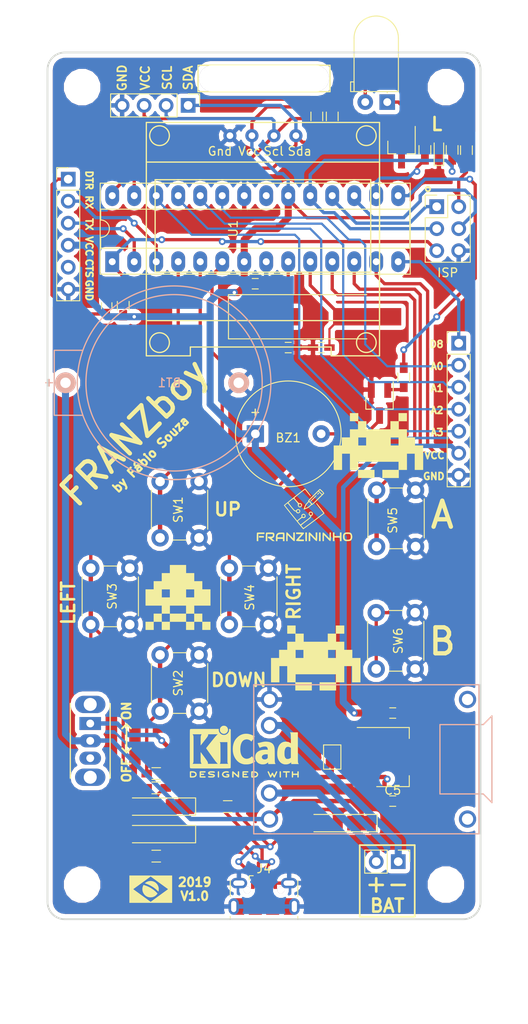
<source format=kicad_pcb>
(kicad_pcb (version 20171130) (host pcbnew "(5.0.0)")
  (layers (0 F.Cu signal) (31 B.Cu signal) (34 B.Paste user) (35 F.Paste user) (36 B.SilkS user) (37 F.SilkS user) (38 B.Mask user) (39 F.Mask user) (44 Edge.Cuts user))
  (net 0 "")
  (net 1 "Net-(BZ1-Pad2)")
  (net 2 GND)
  (net 3 RST)
  (net 4 MOSI)
  (net 5 SCK)
  (net 6 VCC)
  (net 7 MISO)
  (net 8 DTR)
  (net 9 TX)
  (net 10 RX)
  (net 11 "Net-(C2-Pad2)")
  (net 12 "Net-(C3-Pad2)")
  (net 13 BUZZER)
  (net 14 BT_UP)
  (net 15 BT_DOWN)
  (net 16 BT_LEFT)
  (net 17 BT_RIGTH)
  (net 18 BT_A)
  (net 19 BT_B)
  (net 20 I2C_SCL)
  (net 21 I2C_SDA)
  (net 22 "Net-(BT1-Pad1)")
  (net 23 "Net-(D1-Pad2)")
  (net 24 "Net-(D2-Pad1)")
  (net 25 "Net-(D3-Pad1)")
  (net 26 +5V)
  (net 27 "Net-(J3-Pad2)")
  (net 28 "Net-(J3-Pad1)")
  (net 29 "Net-(C5-Pad1)")
  (net 30 "Net-(D5-Pad2)")
  (net 31 "Net-(D5-Pad1)")
  (net 32 "Net-(Q1-Pad1)")
  (net 33 "Net-(Q2-Pad1)")
  (net 34 IR)
  (net 35 AN0)
  (net 36 D8)
  (net 37 AN3)
  (net 38 AN2)
  (net 39 AN1)
  (module tp4056_breakout:TP4056_BREAKOUT (layer F.Cu) (at 146.812 161.544 180)
    (fp_text reference U3 hide)
    (fp_text value TP4056_BREAKOUT hide)
    (pad 6 thru_hole oval (at 11.176 6.9 180) (size 2 2) (drill 1.3) (layers *.Cu *.Mask) (net 2 GND))
    (pad 5 thru_hole oval (at 11.176 3.9 180) (size 2 2) (drill 1.3) (layers *.Cu *.Mask) (net 28 "Net-(J3-Pad1)"))
    (pad 4 thru_hole oval (at 11.176 -3.9 180) (size 2 2) (drill 1.3) (layers *.Cu *.Mask) (net 27 "Net-(J3-Pad2)"))
    (pad 3 thru_hole oval (at 11.176 -6.9 180) (size 2 2) (drill 1.3) (layers *.Cu *.Mask) (net 22 "Net-(BT1-Pad1)"))
    (pad 2 thru_hole oval (at -11.684 6.9 180) (size 2 2) (drill 1.3) (layers *.Cu *.Mask))
    (pad 1 thru_hole oval (at -11.684 -6.9 180) (size 2 2) (drill 1.3) (layers *.Cu *.Mask))
  )
  (module Graphics:invaders (layer F.Cu) (at 148.209 125.349)
    (fp_text reference G*** hide)
    (fp_text value LOGO hide)
  )
  (module Mounting_Holes:MountingHole_3.2mm_M3 (layer F.Cu) (at 156 176)
    (fp_text reference REF** hide)
    (fp_text value MountingHole_3.2mm_M3)
    (pad 1 np_thru_hole circle (at 0 0) (size 3.2 3.2) (drill 3.2) (layers *.Cu *.Mask))
  )
  (module Mounting_Holes:MountingHole_3.2mm_M3 (layer F.Cu) (at 114 176)
    (fp_text reference REF** hide)
    (fp_text value MountingHole_3.2mm_M3)
    (pad 1 np_thru_hole circle (at 0 0) (size 3.2 3.2) (drill 3.2) (layers *.Cu *.Mask))
  )
  (module Mounting_Holes:MountingHole_3.2mm_M3 (layer F.Cu) (at 114 84)
    (fp_text reference REF** hide)
    (fp_text value MountingHole_3.2mm_M3)
    (pad 1 np_thru_hole circle (at 0 0) (size 3.2 3.2) (drill 3.2) (layers *.Cu *.Mask))
  )
  (module Buzzers_Beepers:Buzzer_12x9.5RM7.6 (layer F.Cu) (at 134 124)
    (fp_text reference BZ1 (at 3.795 0.46) (layer F.SilkS))
    (fp_text value Buzzer)
    (fp_text user + (at -0.01 -2.54) (layer F.SilkS))
    (pad 2 thru_hole circle (at 7.6 0) (size 2 2) (drill 1) (layers *.Cu *.Mask) (net 1 "Net-(BZ1-Pad2)"))
    (pad 1 thru_hole rect (at 0 0) (size 2 2) (drill 1) (layers *.Cu *.Mask) (net 6 VCC))
  )
  (module Housings_DIP:DIP-28_W7.62mm_Socket_LongPads (layer F.Cu) (at 117.475 104.14 90)
    (fp_text reference U1 (at 3.81 13.97 90) (layer F.SilkS))
    (fp_text value ATmega328-PU)
    (pad 28 thru_hole oval (at 7.62 0 90) (size 2.4 1.6) (drill 0.8) (layers *.Cu *.Mask) (net 20 I2C_SCL))
    (pad 14 thru_hole oval (at 0 33.02 90) (size 2.4 1.6) (drill 0.8) (layers *.Cu *.Mask) (net 36 D8))
    (pad 27 thru_hole oval (at 7.62 2.54 90) (size 2.4 1.6) (drill 0.8) (layers *.Cu *.Mask) (net 21 I2C_SDA))
    (pad 13 thru_hole oval (at 0 30.48 90) (size 2.4 1.6) (drill 0.8) (layers *.Cu *.Mask) (net 19 BT_B))
    (pad 26 thru_hole oval (at 7.62 5.08 90) (size 2.4 1.6) (drill 0.8) (layers *.Cu *.Mask) (net 37 AN3))
    (pad 12 thru_hole oval (at 0 27.94 90) (size 2.4 1.6) (drill 0.8) (layers *.Cu *.Mask) (net 18 BT_A))
    (pad 25 thru_hole oval (at 7.62 7.62 90) (size 2.4 1.6) (drill 0.8) (layers *.Cu *.Mask) (net 38 AN2))
    (pad 11 thru_hole oval (at 0 25.4 90) (size 2.4 1.6) (drill 0.8) (layers *.Cu *.Mask) (net 17 BT_RIGTH))
    (pad 24 thru_hole oval (at 7.62 10.16 90) (size 2.4 1.6) (drill 0.8) (layers *.Cu *.Mask) (net 39 AN1))
    (pad 10 thru_hole oval (at 0 22.86 90) (size 2.4 1.6) (drill 0.8) (layers *.Cu *.Mask) (net 12 "Net-(C3-Pad2)"))
    (pad 23 thru_hole oval (at 7.62 12.7 90) (size 2.4 1.6) (drill 0.8) (layers *.Cu *.Mask) (net 35 AN0))
    (pad 9 thru_hole oval (at 0 20.32 90) (size 2.4 1.6) (drill 0.8) (layers *.Cu *.Mask) (net 11 "Net-(C2-Pad2)"))
    (pad 22 thru_hole oval (at 7.62 15.24 90) (size 2.4 1.6) (drill 0.8) (layers *.Cu *.Mask) (net 2 GND))
    (pad 8 thru_hole oval (at 0 17.78 90) (size 2.4 1.6) (drill 0.8) (layers *.Cu *.Mask) (net 2 GND))
    (pad 21 thru_hole oval (at 7.62 17.78 90) (size 2.4 1.6) (drill 0.8) (layers *.Cu *.Mask))
    (pad 7 thru_hole oval (at 0 15.24 90) (size 2.4 1.6) (drill 0.8) (layers *.Cu *.Mask) (net 6 VCC))
    (pad 20 thru_hole oval (at 7.62 20.32 90) (size 2.4 1.6) (drill 0.8) (layers *.Cu *.Mask) (net 6 VCC))
    (pad 6 thru_hole oval (at 0 12.7 90) (size 2.4 1.6) (drill 0.8) (layers *.Cu *.Mask) (net 15 BT_DOWN))
    (pad 19 thru_hole oval (at 7.62 22.86 90) (size 2.4 1.6) (drill 0.8) (layers *.Cu *.Mask) (net 5 SCK))
    (pad 5 thru_hole oval (at 0 10.16 90) (size 2.4 1.6) (drill 0.8) (layers *.Cu *.Mask) (net 14 BT_UP))
    (pad 18 thru_hole oval (at 7.62 25.4 90) (size 2.4 1.6) (drill 0.8) (layers *.Cu *.Mask) (net 7 MISO))
    (pad 4 thru_hole oval (at 0 7.62 90) (size 2.4 1.6) (drill 0.8) (layers *.Cu *.Mask) (net 16 BT_LEFT))
    (pad 17 thru_hole oval (at 7.62 27.94 90) (size 2.4 1.6) (drill 0.8) (layers *.Cu *.Mask) (net 4 MOSI))
    (pad 3 thru_hole oval (at 0 5.08 90) (size 2.4 1.6) (drill 0.8) (layers *.Cu *.Mask) (net 10 RX))
    (pad 16 thru_hole oval (at 7.62 30.48 90) (size 2.4 1.6) (drill 0.8) (layers *.Cu *.Mask) (net 34 IR))
    (pad 2 thru_hole oval (at 0 2.54 90) (size 2.4 1.6) (drill 0.8) (layers *.Cu *.Mask) (net 9 TX))
    (pad 15 thru_hole oval (at 7.62 33.02 90) (size 2.4 1.6) (drill 0.8) (layers *.Cu *.Mask) (net 13 BUZZER))
    (pad 1 thru_hole rect (at 0 0 90) (size 2.4 1.6) (drill 0.8) (layers *.Cu *.Mask) (net 3 RST))
  )
  (module Buttons_Switches_THT:SW_PUSH_6mm_h4.3mm (layer F.Cu) (at 123 136 90)
    (fp_text reference SW1 (at 3.25 2.095 90) (layer F.SilkS))
    (fp_text value SW_Push)
    (pad 1 thru_hole circle (at 6.5 0 180) (size 2 2) (drill 1.1) (layers *.Cu *.Mask) (net 14 BT_UP))
    (pad 2 thru_hole circle (at 6.5 4.5 180) (size 2 2) (drill 1.1) (layers *.Cu *.Mask) (net 2 GND))
    (pad 1 thru_hole circle (at 0 0 180) (size 2 2) (drill 1.1) (layers *.Cu *.Mask) (net 14 BT_UP))
    (pad 2 thru_hole circle (at 0 4.5 180) (size 2 2) (drill 1.1) (layers *.Cu *.Mask) (net 2 GND))
  )
  (module Buttons_Switches_THT:SW_PUSH_6mm_h4.3mm (layer F.Cu) (at 123 156 90)
    (fp_text reference SW2 (at 3.25 2.095 90) (layer F.SilkS))
    (fp_text value SW_Push)
    (pad 2 thru_hole circle (at 0 4.5 180) (size 2 2) (drill 1.1) (layers *.Cu *.Mask) (net 2 GND))
    (pad 1 thru_hole circle (at 0 0 180) (size 2 2) (drill 1.1) (layers *.Cu *.Mask) (net 15 BT_DOWN))
    (pad 2 thru_hole circle (at 6.5 4.5 180) (size 2 2) (drill 1.1) (layers *.Cu *.Mask) (net 2 GND))
    (pad 1 thru_hole circle (at 6.5 0 180) (size 2 2) (drill 1.1) (layers *.Cu *.Mask) (net 15 BT_DOWN))
  )
  (module Buttons_Switches_THT:SW_PUSH_6mm_h4.3mm (layer F.Cu) (at 115 146 90)
    (fp_text reference SW3 (at 3.25 2.475 90) (layer F.SilkS))
    (fp_text value SW_Push)
    (pad 1 thru_hole circle (at 6.5 0 180) (size 2 2) (drill 1.1) (layers *.Cu *.Mask) (net 16 BT_LEFT))
    (pad 2 thru_hole circle (at 6.5 4.5 180) (size 2 2) (drill 1.1) (layers *.Cu *.Mask) (net 2 GND))
    (pad 1 thru_hole circle (at 0 0 180) (size 2 2) (drill 1.1) (layers *.Cu *.Mask) (net 16 BT_LEFT))
    (pad 2 thru_hole circle (at 0 4.5 180) (size 2 2) (drill 1.1) (layers *.Cu *.Mask) (net 2 GND))
  )
  (module Buttons_Switches_THT:SW_PUSH_6mm_h4.3mm (layer F.Cu) (at 131 146 90)
    (fp_text reference SW4 (at 3.125 2.35 90) (layer F.SilkS))
    (fp_text value SW_Push)
    (pad 2 thru_hole circle (at 0 4.5 180) (size 2 2) (drill 1.1) (layers *.Cu *.Mask) (net 2 GND))
    (pad 1 thru_hole circle (at 0 0 180) (size 2 2) (drill 1.1) (layers *.Cu *.Mask) (net 17 BT_RIGTH))
    (pad 2 thru_hole circle (at 6.5 4.5 180) (size 2 2) (drill 1.1) (layers *.Cu *.Mask) (net 2 GND))
    (pad 1 thru_hole circle (at 6.5 0 180) (size 2 2) (drill 1.1) (layers *.Cu *.Mask) (net 17 BT_RIGTH))
  )
  (module Buttons_Switches_THT:SW_PUSH_6mm_h4.3mm (layer F.Cu) (at 148 137 90)
    (fp_text reference SW5 (at 3.015 1.86 90) (layer F.SilkS))
    (fp_text value SW_Push)
    (pad 1 thru_hole circle (at 6.5 0 180) (size 2 2) (drill 1.1) (layers *.Cu *.Mask) (net 18 BT_A))
    (pad 2 thru_hole circle (at 6.5 4.5 180) (size 2 2) (drill 1.1) (layers *.Cu *.Mask) (net 2 GND))
    (pad 1 thru_hole circle (at 0 0 180) (size 2 2) (drill 1.1) (layers *.Cu *.Mask) (net 18 BT_A))
    (pad 2 thru_hole circle (at 0 4.5 180) (size 2 2) (drill 1.1) (layers *.Cu *.Mask) (net 2 GND))
  )
  (module Buttons_Switches_THT:SW_PUSH_6mm_h4.3mm (layer F.Cu) (at 147.955 151.13 90)
    (fp_text reference SW6 (at 3.25 2.54 90) (layer F.SilkS))
    (fp_text value SW_Push)
    (pad 2 thru_hole circle (at 0 4.5 180) (size 2 2) (drill 1.1) (layers *.Cu *.Mask) (net 2 GND))
    (pad 1 thru_hole circle (at 0 0 180) (size 2 2) (drill 1.1) (layers *.Cu *.Mask) (net 19 BT_B))
    (pad 2 thru_hole circle (at 6.5 4.5 180) (size 2 2) (drill 1.1) (layers *.Cu *.Mask) (net 2 GND))
    (pad 1 thru_hole circle (at 6.5 0 180) (size 2 2) (drill 1.1) (layers *.Cu *.Mask) (net 19 BT_B))
  )
  (module Pin_Headers:Pin_Header_Straight_2x03_Pitch2.54mm (layer F.Cu) (at 154.94 97.79)
    (fp_text reference ISP (at 1.27 7.62) (layer F.SilkS))
    (fp_text value AVR-ISP-6)
    (pad 6 thru_hole oval (at 2.54 5.08) (size 1.7 1.7) (drill 1) (layers *.Cu *.Mask) (net 2 GND))
    (pad 5 thru_hole oval (at 0 5.08) (size 1.7 1.7) (drill 1) (layers *.Cu *.Mask) (net 3 RST))
    (pad 4 thru_hole oval (at 2.54 2.54) (size 1.7 1.7) (drill 1) (layers *.Cu *.Mask) (net 4 MOSI))
    (pad 3 thru_hole oval (at 0 2.54) (size 1.7 1.7) (drill 1) (layers *.Cu *.Mask) (net 5 SCK))
    (pad 2 thru_hole oval (at 2.54 0) (size 1.7 1.7) (drill 1) (layers *.Cu *.Mask) (net 6 VCC))
    (pad 1 thru_hole rect (at 0 0) (size 1.7 1.7) (drill 1) (layers *.Cu *.Mask) (net 7 MISO))
  )
  (module Resistors_SMD:R_0603_HandSoldering (layer F.Cu) (at 118.745 109.22 90)
    (fp_text reference R1 hide)
    (fp_text value 10k)
    (pad 2 smd rect (at 1.1 0 90) (size 1.2 0.9) (layers F.Cu F.Paste F.Mask) (net 3 RST))
    (pad 1 smd rect (at -1.1 0 90) (size 1.2 0.9) (layers F.Cu F.Paste F.Mask) (net 6 VCC))
  )
  (module Capacitors_SMD:C_0603_HandSoldering (layer F.Cu) (at 116.84 109.22 90)
    (fp_text reference C1 hide)
    (fp_text value 100nF)
    (pad 2 smd rect (at 0.95 0 90) (size 1.2 0.75) (layers F.Cu F.Paste F.Mask) (net 3 RST))
    (pad 1 smd rect (at -0.95 0 90) (size 1.2 0.75) (layers F.Cu F.Paste F.Mask) (net 8 DTR))
  )
  (module Pin_Headers:Pin_Header_Straight_1x06_Pitch2.54mm (layer F.Cu) (at 112.395 94.615)
    (fp_text reference J2 hide)
    (fp_text value Conn_01x06_Male)
    (pad 6 thru_hole oval (at 0 12.7) (size 1.7 1.7) (drill 1) (layers *.Cu *.Mask) (net 2 GND))
    (pad 5 thru_hole oval (at 0 10.16) (size 1.7 1.7) (drill 1) (layers *.Cu *.Mask))
    (pad 4 thru_hole oval (at 0 7.62) (size 1.7 1.7) (drill 1) (layers *.Cu *.Mask) (net 6 VCC))
    (pad 3 thru_hole oval (at 0 5.08) (size 1.7 1.7) (drill 1) (layers *.Cu *.Mask) (net 9 TX))
    (pad 2 thru_hole oval (at 0 2.54) (size 1.7 1.7) (drill 1) (layers *.Cu *.Mask) (net 10 RX))
    (pad 1 thru_hole rect (at 0 0) (size 1.7 1.7) (drill 1) (layers *.Cu *.Mask) (net 8 DTR))
  )
  (module Capacitors_SMD:C_0603_HandSoldering (layer F.Cu) (at 137.795 114.046 180)
    (fp_text reference C2 hide)
    (fp_text value 22pF)
    (pad 2 smd rect (at 0.95 0 180) (size 1.2 0.75) (layers F.Cu F.Paste F.Mask) (net 11 "Net-(C2-Pad2)"))
    (pad 1 smd rect (at -0.95 0 180) (size 1.2 0.75) (layers F.Cu F.Paste F.Mask) (net 2 GND))
  )
  (module Capacitors_SMD:C_0603_HandSoldering (layer F.Cu) (at 141.605 114.046)
    (fp_text reference C3 hide)
    (fp_text value 22pF)
    (pad 1 smd rect (at -0.95 0) (size 1.2 0.75) (layers F.Cu F.Paste F.Mask) (net 2 GND))
    (pad 2 smd rect (at 0.95 0) (size 1.2 0.75) (layers F.Cu F.Paste F.Mask) (net 12 "Net-(C3-Pad2)"))
  )
  (module Crystals:Crystal_SMD_HC49-SD_HandSoldering (layer F.Cu) (at 140.97 110.49)
    (fp_text reference Y1 hide)
    (fp_text value "16 MHz")
    (pad 2 smd rect (at 5.9375 0) (size 7.875 2) (layers F.Cu F.Paste F.Mask) (net 12 "Net-(C3-Pad2)"))
    (pad 1 smd rect (at -5.9375 0) (size 7.875 2) (layers F.Cu F.Paste F.Mask) (net 11 "Net-(C2-Pad2)"))
  )
  (module TO_SOT_Packages_SMD:SOT-23_Handsoldering (layer F.Cu) (at 148.336 120.396 270)
    (fp_text reference Q1 hide)
    (fp_text value MMBT3904)
    (pad 3 smd rect (at 1.5 0 270) (size 1.9 0.8) (layers F.Cu F.Paste F.Mask) (net 1 "Net-(BZ1-Pad2)"))
    (pad 2 smd rect (at -1.5 0.95 270) (size 1.9 0.8) (layers F.Cu F.Paste F.Mask) (net 2 GND))
    (pad 1 smd rect (at -1.5 -0.95 270) (size 1.9 0.8) (layers F.Cu F.Paste F.Mask) (net 32 "Net-(Q1-Pad1)"))
  )
  (module Capacitors_SMD:C_0603_HandSoldering (layer F.Cu) (at 133.985 106.68)
    (fp_text reference C4 hide)
    (fp_text value 100nF)
    (pad 2 smd rect (at 0.95 0) (size 1.2 0.75) (layers F.Cu F.Paste F.Mask) (net 2 GND))
    (pad 1 smd rect (at -0.95 0) (size 1.2 0.75) (layers F.Cu F.Paste F.Mask) (net 6 VCC))
  )
  (module oled:Oled96 (layer F.Cu) (at 121.412 114.9985)
    (fp_text reference LCD1 hide)
    (fp_text value Oled96)
    (fp_text user Sda (at 17.7 -23.6) (layer F.SilkS))
    (fp_text user Scl (at 14.7 -23.6) (layer F.SilkS))
    (fp_text user Vcc (at 11.9 -23.6) (layer F.SilkS))
    (fp_text user Gnd (at 8.5 -23.6) (layer F.SilkS))
    (pad 4 thru_hole circle (at 9.652 -25.4) (size 1.524 1.524) (drill 0.762) (layers *.Cu *.Mask) (net 2 GND))
    (pad 3 thru_hole circle (at 12.192 -25.4) (size 1.524 1.524) (drill 0.762) (layers *.Cu *.Mask) (net 6 VCC))
    (pad 2 thru_hole circle (at 14.732 -25.4) (size 1.524 1.524) (drill 0.762) (layers *.Cu *.Mask) (net 20 I2C_SCL))
    (pad 1 thru_hole circle (at 17.272 -25.4) (size 1.524 1.524) (drill 0.762) (layers *.Cu *.Mask) (net 21 I2C_SDA))
  )
  (module Resistors_SMD:R_0603_HandSoldering (layer F.Cu) (at 142.875 87.376 270)
    (fp_text reference R2 hide)
    (fp_text value 4k7)
    (pad 2 smd rect (at 1.1 0 270) (size 1.2 0.9) (layers F.Cu F.Paste F.Mask) (net 21 I2C_SDA))
    (pad 1 smd rect (at -1.1 0 270) (size 1.2 0.9) (layers F.Cu F.Paste F.Mask) (net 6 VCC))
  )
  (module Resistors_SMD:R_0603_HandSoldering (layer F.Cu) (at 141.097 87.376 270)
    (fp_text reference R3 hide)
    (fp_text value 4k7)
    (pad 1 smd rect (at -1.1 0 270) (size 1.2 0.9) (layers F.Cu F.Paste F.Mask) (net 6 VCC))
    (pad 2 smd rect (at 1.1 0 270) (size 1.2 0.9) (layers F.Cu F.Paste F.Mask) (net 20 I2C_SCL))
  )
  (module Capacitors_SMD:C_0603_HandSoldering (layer F.Cu) (at 149.86 166.37)
    (fp_text reference C5 (at 0 -1.25) (layer F.SilkS))
    (fp_text value 10uF)
    (pad 2 smd rect (at 0.95 0) (size 1.2 0.75) (layers F.Cu F.Paste F.Mask) (net 2 GND))
    (pad 1 smd rect (at -0.95 0) (size 1.2 0.75) (layers F.Cu F.Paste F.Mask) (net 29 "Net-(C5-Pad1)"))
  )
  (module Capacitors_SMD:C_0603_HandSoldering (layer F.Cu) (at 149.86 156.21)
    (fp_text reference C6 hide)
    (fp_text value 10uF)
    (pad 1 smd rect (at -0.95 0) (size 1.2 0.75) (layers F.Cu F.Paste F.Mask) (net 6 VCC))
    (pad 2 smd rect (at 0.95 0) (size 1.2 0.75) (layers F.Cu F.Paste F.Mask) (net 2 GND))
  )
  (module LEDs:LED_0603_HandSoldering (layer F.Cu) (at 155.194 91.240882 90)
    (fp_text reference D1 hide)
    (fp_text value LED)
    (pad 2 smd rect (at 1.1 0 90) (size 1.2 0.9) (layers F.Cu F.Paste F.Mask) (net 23 "Net-(D1-Pad2)"))
    (pad 1 smd rect (at -1.1 0 90) (size 1.2 0.9) (layers F.Cu F.Paste F.Mask) (net 2 GND))
  )
  (module Resistors_SMD:R_0603_HandSoldering (layer F.Cu) (at 156.718 91.240882 270)
    (fp_text reference R4 hide)
    (fp_text value 1k)
    (pad 2 smd rect (at 1.1 0 270) (size 1.2 0.9) (layers F.Cu F.Paste F.Mask) (net 5 SCK))
    (pad 1 smd rect (at -1.1 0 270) (size 1.2 0.9) (layers F.Cu F.Paste F.Mask) (net 23 "Net-(D1-Pad2)"))
  )
  (module Diodes_SMD:D_MiniMELF_Handsoldering (layer F.Cu) (at 122.555 167.005 180)
    (fp_text reference D2 hide)
    (fp_text value D_Zener)
    (pad 1 smd rect (at -2.75 0 180) (size 3.3 1.7) (layers F.Cu F.Paste F.Mask) (net 24 "Net-(D2-Pad1)"))
    (pad 2 smd rect (at 2.75 0 180) (size 3.3 1.7) (layers F.Cu F.Paste F.Mask) (net 2 GND))
  )
  (module Diodes_SMD:D_MiniMELF_Handsoldering (layer F.Cu) (at 122.555 170.18 180)
    (fp_text reference D3 hide)
    (fp_text value D_Zener)
    (pad 1 smd rect (at -2.75 0 180) (size 3.3 1.7) (layers F.Cu F.Paste F.Mask) (net 25 "Net-(D3-Pad1)"))
    (pad 2 smd rect (at 2.75 0 180) (size 3.3 1.7) (layers F.Cu F.Paste F.Mask) (net 2 GND))
  )
  (module Resistors_SMD:R_0603_HandSoldering (layer F.Cu) (at 130.81 167.005)
    (fp_text reference R5 hide)
    (fp_text value 1k5)
    (pad 2 smd rect (at 1.1 0) (size 1.2 0.9) (layers F.Cu F.Paste F.Mask) (net 26 +5V))
    (pad 1 smd rect (at -1.1 0) (size 1.2 0.9) (layers F.Cu F.Paste F.Mask) (net 24 "Net-(D2-Pad1)"))
  )
  (module Resistors_SMD:R_0603_HandSoldering (layer F.Cu) (at 122.555 172.72)
    (fp_text reference R6 hide)
    (fp_text value 1M)
    (pad 1 smd rect (at -1.1 0) (size 1.2 0.9) (layers F.Cu F.Paste F.Mask) (net 2 GND))
    (pad 2 smd rect (at 1.1 0) (size 1.2 0.9) (layers F.Cu F.Paste F.Mask) (net 25 "Net-(D3-Pad1)"))
  )
  (module Resistors_SMD:R_0603_HandSoldering (layer F.Cu) (at 122.555 163.195 180)
    (fp_text reference R7 hide)
    (fp_text value 68R)
    (pad 2 smd rect (at 1.1 0 180) (size 1.2 0.9) (layers F.Cu F.Paste F.Mask) (net 15 BT_DOWN))
    (pad 1 smd rect (at -1.1 0 180) (size 1.2 0.9) (layers F.Cu F.Paste F.Mask) (net 24 "Net-(D2-Pad1)"))
  )
  (module Resistors_SMD:R_0603_HandSoldering (layer F.Cu) (at 122.555 164.846 180)
    (fp_text reference R8 hide)
    (fp_text value 68R)
    (pad 1 smd rect (at -1.1 0 180) (size 1.2 0.9) (layers F.Cu F.Paste F.Mask) (net 25 "Net-(D3-Pad1)"))
    (pad 2 smd rect (at 1.1 0 180) (size 1.2 0.9) (layers F.Cu F.Paste F.Mask) (net 16 BT_LEFT))
  )
  (module Diodes_SMD:D_MiniMELF_Handsoldering (layer F.Cu) (at 143.51 168.91 180)
    (fp_text reference D4 hide)
    (fp_text value 1N4148)
    (pad 2 smd rect (at 2.75 0 180) (size 3.3 1.7) (layers F.Cu F.Paste F.Mask) (net 26 +5V))
    (pad 1 smd rect (at -2.75 0 180) (size 3.3 1.7) (layers F.Cu F.Paste F.Mask) (net 22 "Net-(BT1-Pad1)"))
  )
  (module Pin_Headers:Pin_Header_Straight_1x02_Pitch2.54mm (layer F.Cu) (at 150.495 173.355 270)
    (fp_text reference J3 hide)
    (fp_text value Conn_01x02_Male)
    (pad 2 thru_hole oval (at 0 2.54 270) (size 1.7 1.7) (drill 1) (layers *.Cu *.Mask) (net 27 "Net-(J3-Pad2)"))
    (pad 1 thru_hole rect (at 0 0 270) (size 1.7 1.7) (drill 1) (layers *.Cu *.Mask) (net 28 "Net-(J3-Pad1)"))
  )
  (module TO_SOT_Packages_SMD:SOT-223-3_TabPin2 (layer F.Cu) (at 149.86 161.29)
    (fp_text reference U2 hide)
    (fp_text value LM1117-3.3)
    (pad 1 smd rect (at -3.15 -2.3) (size 2 1.5) (layers F.Cu F.Paste F.Mask) (net 2 GND))
    (pad 3 smd rect (at -3.15 2.3) (size 2 1.5) (layers F.Cu F.Paste F.Mask) (net 29 "Net-(C5-Pad1)"))
    (pad 2 smd rect (at -3.15 0) (size 2 1.5) (layers F.Cu F.Paste F.Mask) (net 6 VCC))
    (pad 2 smd rect (at 3.15 0) (size 2 3.8) (layers F.Cu F.Paste F.Mask) (net 6 VCC))
  )
  (module library:CR2032_HOLDER (layer B.Cu) (at 132.08 118.11 180)
    (fp_text reference BT1 (at 8 0 180) (layer B.SilkS) (effects (justify mirror)))
    (fp_text value Battery_Cell hide)
    (fp_text user + (at 21.89 0.08 180) (layer B.SilkS) (effects (justify mirror)))
    (pad 2 thru_hole circle (at 0 0 180) (size 2.4 2.4) (drill 1.2) (layers *.Cu *.Mask B.SilkS) (net 2 GND))
    (pad 1 thru_hole circle (at 20 0 180) (size 2.4 2.4) (drill 1.2) (layers *.Cu *.Mask B.SilkS) (net 22 "Net-(BT1-Pad1)"))
  )
  (module library:SW_HH_SS12D07-G4-2 (layer F.Cu) (at 114.935 157.4165 270)
    (fp_text reference SW7 hide)
    (fp_text value SW_SPDT)
    (pad 1 thru_hole rect (at 0 0 270) (size 1.5 2.5) (drill 0.9) (layers *.Cu *.Mask) (net 29 "Net-(C5-Pad1)"))
    (pad 2 thru_hole oval (at 2 0 270) (size 1.5 2.5) (drill 0.9) (layers *.Cu *.Mask) (net 22 "Net-(BT1-Pad1)"))
    (pad 3 thru_hole oval (at 4 0 270) (size 1.5 2.5) (drill 0.9) (layers *.Cu *.Mask))
    (pad "" thru_hole oval (at -2.2 0 270) (size 2 3.5) (drill 1.5) (layers *.Cu *.Mask))
    (pad "" thru_hole oval (at 6.2 0 270) (size 2 3.5) (drill 1.5) (layers *.Cu *.Mask))
  )
  (module Mounting_Holes:MountingHole_3.2mm_M3 (layer F.Cu) (at 156 84)
    (fp_text reference REF** hide)
    (fp_text value MountingHole_3.2mm_M3)
    (pad 1 np_thru_hole circle (at 0 0) (size 3.2 3.2) (drill 3.2) (layers *.Cu *.Mask))
  )
  (module hole_15x3:MountingHole_15x3mm (layer F.Cu) (at 135 83)
    (fp_text reference REF** hide)
    (fp_text value MountingHole_3mm_oval)
    (pad "" thru_hole oval (at 0 0) (size 15 3) (drill oval 15 3) (layers *.Cu *.Mask))
  )
  (module LEDs:LED_D5.0mm_Horizontal_O1.27mm_Z3.0mm (layer F.Cu) (at 149.225 85.725 180)
    (fp_text reference D5 hide)
    (fp_text value LD271)
    (pad 2 thru_hole circle (at 2.54 0 180) (size 1.8 1.8) (drill 0.9) (layers *.Cu *.Mask) (net 30 "Net-(D5-Pad2)"))
    (pad 1 thru_hole rect (at 0 0 180) (size 1.8 1.8) (drill 0.9) (layers *.Cu *.Mask) (net 31 "Net-(D5-Pad1)"))
  )
  (module TO_SOT_Packages_SMD:SOT-23_Handsoldering (layer F.Cu) (at 150.876 90.932 270)
    (fp_text reference Q2 hide)
    (fp_text value MMBT3904)
    (pad 3 smd rect (at 1.5 0 270) (size 1.9 0.8) (layers F.Cu F.Paste F.Mask) (net 31 "Net-(D5-Pad1)"))
    (pad 2 smd rect (at -1.5 0.95 270) (size 1.9 0.8) (layers F.Cu F.Paste F.Mask) (net 2 GND))
    (pad 1 smd rect (at -1.5 -0.95 270) (size 1.9 0.8) (layers F.Cu F.Paste F.Mask) (net 33 "Net-(Q2-Pad1)"))
  )
  (module Resistors_SMD:R_0603_HandSoldering (layer F.Cu) (at 151.13 117.475 90)
    (fp_text reference R9 hide)
    (fp_text value 1k)
    (pad 2 smd rect (at 1.1 0 90) (size 1.2 0.9) (layers F.Cu F.Paste F.Mask) (net 13 BUZZER))
    (pad 1 smd rect (at -1.1 0 90) (size 1.2 0.9) (layers F.Cu F.Paste F.Mask) (net 32 "Net-(Q1-Pad1)"))
  )
  (module Resistors_SMD:R_0603_HandSoldering (layer F.Cu) (at 153.574 91.240882 270)
    (fp_text reference R10 hide)
    (fp_text value 1k)
    (pad 2 smd rect (at 1.1 0 270) (size 1.2 0.9) (layers F.Cu F.Paste F.Mask) (net 34 IR))
    (pad 1 smd rect (at -1.1 0 270) (size 1.2 0.9) (layers F.Cu F.Paste F.Mask) (net 33 "Net-(Q2-Pad1)"))
  )
  (module Resistors_SMD:R_0603_HandSoldering (layer F.Cu) (at 158.369 91.27 270)
    (fp_text reference R11 hide)
    (fp_text value 1k)
    (pad 1 smd rect (at -1.1 0 270) (size 1.2 0.9) (layers F.Cu F.Paste F.Mask) (net 30 "Net-(D5-Pad2)"))
    (pad 2 smd rect (at 1.1 0 270) (size 1.2 0.9) (layers F.Cu F.Paste F.Mask) (net 6 VCC))
  )
  (module Pin_Headers:Pin_Header_Straight_1x04_Pitch2.54mm (layer F.Cu) (at 126.238 86.106 270)
    (fp_text reference J5 hide)
    (fp_text value Conn_01x04_Male)
    (pad 4 thru_hole oval (at 0 7.62 270) (size 1.7 1.7) (drill 1) (layers *.Cu *.Mask) (net 2 GND))
    (pad 3 thru_hole oval (at 0 5.08 270) (size 1.7 1.7) (drill 1) (layers *.Cu *.Mask) (net 6 VCC))
    (pad 2 thru_hole oval (at 0 2.54 270) (size 1.7 1.7) (drill 1) (layers *.Cu *.Mask) (net 20 I2C_SCL))
    (pad 1 thru_hole rect (at 0 0 270) (size 1.7 1.7) (drill 1) (layers *.Cu *.Mask) (net 21 I2C_SDA))
  )
  (module Pin_Headers:Pin_Header_Straight_1x07_Pitch2.54mm (layer F.Cu) (at 157.48 113.538)
    (fp_text reference J6 hide)
    (fp_text value Conn_01x07_Male)
    (pad 7 thru_hole oval (at 0 15.24) (size 1.7 1.7) (drill 1) (layers *.Cu *.Mask) (net 2 GND))
    (pad 6 thru_hole oval (at 0 12.7) (size 1.7 1.7) (drill 1) (layers *.Cu *.Mask) (net 6 VCC))
    (pad 5 thru_hole oval (at 0 10.16) (size 1.7 1.7) (drill 1) (layers *.Cu *.Mask) (net 37 AN3))
    (pad 4 thru_hole oval (at 0 7.62) (size 1.7 1.7) (drill 1) (layers *.Cu *.Mask) (net 38 AN2))
    (pad 3 thru_hole oval (at 0 5.08) (size 1.7 1.7) (drill 1) (layers *.Cu *.Mask) (net 39 AN1))
    (pad 2 thru_hole oval (at 0 2.54) (size 1.7 1.7) (drill 1) (layers *.Cu *.Mask) (net 35 AN0))
    (pad 1 thru_hole rect (at 0 0) (size 1.7 1.7) (drill 1) (layers *.Cu *.Mask) (net 36 D8))
  )
  (module Jumper:SolderJumper-2_P1.3mm_Open_TrianglePad1.0x1.5mm (layer F.Cu) (at 142.875 161.29 90)
    (fp_text reference JP1 hide)
    (fp_text value SolderJumper_2_Open)
    (pad 2 smd custom (at 0.725 0 90) (size 0.3 0.3) (layers F.Cu F.Mask) (net 6 VCC) (options (clearance outline) (anchor rect)) (primitives (gr_poly (pts (xy -0.65 -0.75) (xy 0.5 -0.75) (xy 0.5 0.75) (xy -0.65 0.75) (xy -0.15 0)) (width 0))))
    (pad 1 smd custom (at -0.725 0 90) (size 0.3 0.3) (layers F.Cu F.Mask) (net 29 "Net-(C5-Pad1)") (options (clearance outline) (anchor rect)) (primitives (gr_poly (pts (xy -0.5 -0.75) (xy 0.5 -0.75) (xy 1 0) (xy 0.5 0.75) (xy -0.5 0.75)) (width 0))))
  )
  (module Connector_USB:USB_Micro-B-LCSC-C10418-and-C40946-C319167 (layer F.Cu) (at 135.001 177.292)
    (fp_text reference J4 (at 0 -3.1125) (layer F.SilkS))
    (fp_text value USB_B_Micro)
    (pad 6 smd rect (at -2.9 1.2375) (size 1.2 1.9) (layers F.Cu F.Mask) (net 2 GND))
    (pad 6 smd rect (at 2.9 1.2375) (size 1.2 1.9) (layers F.Cu F.Mask) (net 2 GND))
    (pad 6 thru_hole oval (at 3.5 1.2375) (size 1.2 1.9) (drill oval 0.6 1.3) (layers *.Cu *.Mask) (net 2 GND))
    (pad 6 thru_hole oval (at -3.5 1.2375 180) (size 1.2 1.9) (drill oval 0.6 1.3) (layers *.Cu *.Mask) (net 2 GND))
    (pad 6 smd rect (at -1 1.2375) (size 1.5 1.9) (layers F.Cu F.Paste F.Mask) (net 2 GND))
    (pad 3 smd rect (at 0 -1.4625) (size 0.4 1.35) (layers F.Cu F.Paste F.Mask) (net 25 "Net-(D3-Pad1)"))
    (pad 4 smd rect (at 0.65 -1.4625) (size 0.4 1.35) (layers F.Cu F.Paste F.Mask))
    (pad 5 smd rect (at 1.3 -1.4625) (size 0.4 1.35) (layers F.Cu F.Paste F.Mask) (net 2 GND))
    (pad 1 smd rect (at -1.3 -1.4625) (size 0.4 1.35) (layers F.Cu F.Paste F.Mask) (net 26 +5V))
    (pad 2 smd rect (at -0.65 -1.4625) (size 0.4 1.35) (layers F.Cu F.Paste F.Mask) (net 24 "Net-(D2-Pad1)"))
    (pad 6 smd rect (at 1 1.2375) (size 1.5 1.9) (layers F.Cu F.Paste F.Mask) (net 2 GND))
    (pad 6 thru_hole oval (at 2.9 -1.4625 90) (size 1.2 1.9) (drill oval 0.6 1.3) (layers *.Cu *.Mask) (net 2 GND))
    (pad 6 thru_hole oval (at -2.9 -1.4625 90) (size 1.2 1.9) (drill oval 0.6 1.3) (layers *.Cu *.Mask) (net 2 GND))
    (pad 7 thru_hole circle (at 1.95 -0.6625 90) (size 0.8 0.8) (drill 0.8) (layers *.Cu *.Mask))
    (pad 7 thru_hole circle (at -1.95 -0.6625 90) (size 0.8 0.8) (drill 0.8) (layers *.Cu *.Mask))
  )
  (module Graphics:logo-franzininho12_7 (layer F.Cu) (at 139.7 133.35)
    (fp_text reference G*** hide)
    (fp_text value LOGO hide)
  )
  (module Graphics:bandeiraBrasil (layer F.Cu) (at 121.92 176.53)
    (fp_text reference G*** hide)
    (fp_text value LOGO hide)
  )
  (module Symbols:KiCad-Logo2_6mm_SilkScreen (layer F.Cu) (at 132.715 160.655)
    (fp_text reference REF*** hide)
    (fp_text value KiCad-Logo2_6mm_SilkScreen hide)
  )
  (module Graphics:invaders (layer F.Cu) (at 140.97 149.86)
    (fp_text reference G*** hide)
    (fp_text value LOGO hide)
  )
  (module Graphics:invaders2 (layer F.Cu) (at 125.095 142.875)
    (fp_text reference G*** hide)
    (fp_text value LOGO hide)
  )
  (gr_text GND (at 155.956 128.905) (layer F.SilkS) (effects (font (size 0.8 0.8) (thickness 0.2)) (justify right)))
  (gr_text VCC (at 155.956 126.492) (layer F.SilkS) (effects (font (size 0.8 0.8) (thickness 0.2)) (justify right)))
  (gr_text A3 (at 155.829 123.825) (layer F.SilkS) (effects (font (size 0.8 0.8) (thickness 0.2)) (justify right)))
  (gr_text A2 (at 155.829 121.285) (layer F.SilkS) (effects (font (size 0.8 0.8) (thickness 0.2)) (justify right)))
  (gr_text A1 (at 155.829 118.745) (layer F.SilkS) (effects (font (size 0.8 0.8) (thickness 0.2)) (justify right)))
  (gr_text A0 (at 155.829 116.205) (layer F.SilkS) (effects (font (size 0.8 0.8) (thickness 0.2)) (justify right)))
  (gr_text D8 (at 155.829 113.665) (layer F.SilkS) (effects (font (size 0.8 0.8) (thickness 0.2)) (justify right)))
  (gr_text SDA (at 126.238 82.931 90) (layer F.SilkS) (effects (font (size 1 1) (thickness 0.2))))
  (gr_text SCL (at 123.825 82.931 90) (layer F.SilkS) (effects (font (size 1 1) (thickness 0.2))))
  (gr_text VCC (at 121.285 82.931 90) (layer F.SilkS) (effects (font (size 1 1) (thickness 0.2))))
  (gr_text GND (at 118.618 82.931 90) (layer F.SilkS) (effects (font (size 1 1) (thickness 0.2))))
  (gr_circle (center 153.924 95.758) (end 154.178 95.758) (layer F.SilkS) (width 0.2))
  (gr_text GND (at 114.808 107.442 270) (layer F.SilkS) (effects (font (size 0.8 0.8) (thickness 0.2))))
  (gr_text CTS (at 114.808 104.902 270) (layer F.SilkS) (effects (font (size 0.8 0.8) (thickness 0.2))))
  (gr_text VCC (at 114.808 102.362 270) (layer F.SilkS) (effects (font (size 0.8 0.8) (thickness 0.2))))
  (gr_text TX (at 114.808 99.822 270) (layer F.SilkS) (effects (font (size 0.8 0.8) (thickness 0.2))))
  (gr_text RX (at 114.808 97.282 270) (layer F.SilkS) (effects (font (size 0.8 0.8) (thickness 0.2))))
  (gr_text DTR (at 114.808 94.742 270) (layer F.SilkS) (effects (font (size 0.8 0.8) (thickness 0.2))))
  (gr_line (start 119.634 160.274) (end 119.126 160.782) (layer F.SilkS) (width 0.2))
  (gr_line (start 119.126 160.782) (end 118.618 160.274) (layer F.SilkS) (width 0.2))
  (gr_line (start 119.126 160.782) (end 119.634 160.274) (layer F.SilkS) (width 0.2))
  (gr_text OFF (at 119.126 162.814 90) (layer F.SilkS) (effects (font (size 1 1) (thickness 0.25))))
  (gr_text ON (at 119.126 155.956 90) (layer F.SilkS) (effects (font (size 1 1) (thickness 0.25))))
  (gr_line (start 119.126 157.48) (end 119.634 157.988) (layer F.SilkS) (width 0.2))
  (gr_line (start 118.618 157.988) (end 119.126 157.48) (layer F.SilkS) (width 0.2))
  (gr_line (start 119.126 157.48) (end 118.618 157.988) (layer F.SilkS) (width 0.2))
  (gr_line (start 119.126 157.48) (end 119.126 160.528) (layer F.SilkS) (width 0.2))
  (gr_text "2019\nV1.0" (at 127 176.53) (layer F.SilkS) (effects (font (size 1 1) (thickness 0.25))))
  (gr_text "by Fábio Souza" (at 121.92 126.365 45) (layer F.SilkS) (effects (font (size 1 1) (thickness 0.25))))
  (gr_text RIGHT (at 138.43 142.24 90) (layer F.SilkS) (effects (font (size 1.5 1.5) (thickness 0.3))))
  (gr_text LEFT (at 112.395 143.51 90) (layer F.SilkS) (effects (font (size 1.5 1.5) (thickness 0.3))))
  (gr_text DOWN (at 132.08 152.4) (layer F.SilkS) (effects (font (size 1.5 1.5) (thickness 0.3))))
  (gr_text UP (at 130.81 132.715) (layer F.SilkS) (effects (font (size 1.5 1.5) (thickness 0.3))))
  (gr_text B (at 155.575 147.955) (layer F.SilkS) (effects (font (size 3 3) (thickness 0.5))))
  (gr_text A (at 155.575 133.35) (layer F.SilkS) (effects (font (size 3 3) (thickness 0.5))))
  (gr_text L (at 154.94 88.265) (layer F.SilkS) (effects (font (size 1.5 1.5) (thickness 0.3))))
  (gr_text BAT (at 149.225 178.435) (layer F.SilkS) (effects (font (size 1.5 1.5) (thickness 0.3))))
  (gr_line (start 146.05 179.705) (end 146.05 171.45) (layer F.SilkS) (width 0.2))
  (gr_line (start 152.4 179.705) (end 146.05 179.705) (layer F.SilkS) (width 0.2))
  (gr_line (start 152.4 171.45) (end 152.4 179.705) (layer F.SilkS) (width 0.2))
  (gr_line (start 146.05 171.45) (end 152.4 171.45) (layer F.SilkS) (width 0.2))
  (gr_text - (at 150.495 175.895) (layer F.SilkS) (effects (font (size 2 2) (thickness 0.3))))
  (gr_text + (at 147.955 175.895) (layer F.SilkS) (effects (font (size 2 2) (thickness 0.3)) (justify mirror)))
  (gr_line (start 110 82) (end 110 178) (layer Edge.Cuts) (width 0.2))
  (gr_line (start 158 80) (end 112 80) (layer Edge.Cuts) (width 0.2))
  (gr_line (start 160 178) (end 160 82) (layer Edge.Cuts) (width 0.2))
  (gr_line (start 158 180) (end 112 180) (layer Edge.Cuts) (width 0.2))
  (gr_arc (start 158 178) (end 158 180) (angle -90) (layer Edge.Cuts) (width 0.2))
  (gr_arc (start 112 178) (end 110 178) (angle -90) (layer Edge.Cuts) (width 0.2))
  (gr_arc (start 112 82) (end 112 80) (angle -90) (layer Edge.Cuts) (width 0.2))
  (gr_arc (start 158 82) (end 160 82) (angle -90) (layer Edge.Cuts) (width 0.2))
  (gr_text FRANZboy (at 120.015 123.825 45) (layer F.SilkS) (effects (font (size 3 3) (thickness 0.5))))
  (segment (start 148.336 122.446) (end 148.336 121.896) (width 0.381) (layer F.Cu) (net 1))
  (segment (start 146.782 124) (end 148.336 122.446) (width 0.381) (layer F.Cu) (net 1))
  (segment (start 141.6 124) (end 146.782 124) (width 0.381) (layer F.Cu) (net 1))
  (segment (start 135.255 106.36) (end 134.935 106.68) (width 0.381) (layer F.Cu) (net 2))
  (segment (start 135.255 104.14) (end 135.255 106.36) (width 0.381) (layer F.Cu) (net 2))
  (segment (start 155.194 92.340882) (end 155.194 92.190882) (width 0.381) (layer F.Cu) (net 2))
  (segment (start 136.301 175.8295) (end 137.901 175.8295) (width 0.381) (layer F.Cu) (net 2))
  (segment (start 117.475 104.54) (end 118.745 105.81) (width 0.381) (layer F.Cu) (net 3))
  (segment (start 117.475 104.14) (end 117.475 104.54) (width 0.381) (layer F.Cu) (net 3))
  (segment (start 118.745 105.81) (end 118.745 108.12) (width 0.381) (layer F.Cu) (net 3))
  (segment (start 118.595 108.27) (end 118.745 108.12) (width 0.381) (layer F.Cu) (net 3))
  (segment (start 116.84 108.27) (end 118.595 108.27) (width 0.381) (layer F.Cu) (net 3))
  (segment (start 117.475 103.74) (end 117.475 104.14) (width 0.381) (layer B.Cu) (net 3))
  (segment (start 119.615 101.6) (end 117.475 103.74) (width 0.381) (layer B.Cu) (net 3))
  (segment (start 123.19 101.6) (end 119.615 101.6) (width 0.381) (layer B.Cu) (net 3))
  (via (at 123.19 101.6) (size 0.8) (drill 0.4) (layers F.Cu B.Cu) (net 3))
  (via (at 134.62 101.81901) (size 0.8) (drill 0.4) (layers F.Cu B.Cu) (net 3))
  (segment (start 135.185685 101.81901) (end 134.62 101.81901) (width 0.381) (layer F.Cu) (net 3))
  (segment (start 129.95599 101.6) (end 130.175 101.81901) (width 0.381) (layer F.Cu) (net 3))
  (segment (start 134.62 101.81901) (end 134.054315 101.81901) (width 0.381) (layer B.Cu) (net 3))
  (segment (start 134.054315 101.81901) (end 130.175 101.81901) (width 0.381) (layer B.Cu) (net 3))
  (segment (start 123.19 101.6) (end 129.95599 101.6) (width 0.381) (layer F.Cu) (net 3))
  (segment (start 154.94 102.87) (end 153.88901 101.81901) (width 0.381) (layer F.Cu) (net 3))
  (segment (start 153.88901 101.81901) (end 135.185685 101.81901) (width 0.381) (layer F.Cu) (net 3))
  (via (at 130.175 101.81901) (size 0.8) (drill 0.4) (layers F.Cu B.Cu) (net 3))
  (segment (start 145.415 96.52) (end 145.415 96.92) (width 0.381) (layer F.Cu) (net 4))
  (segment (start 153.035 97.155) (end 153.035 96.52) (width 0.381) (layer B.Cu) (net 4))
  (segment (start 145.415 96.92) (end 147.555 99.06) (width 0.381) (layer B.Cu) (net 4))
  (segment (start 147.555 99.06) (end 151.13 99.06) (width 0.381) (layer B.Cu) (net 4))
  (segment (start 151.13 99.06) (end 153.035 97.155) (width 0.381) (layer B.Cu) (net 4))
  (segment (start 159.385 97.054944) (end 159.385 98.425) (width 0.381) (layer B.Cu) (net 4))
  (segment (start 153.035 96.52) (end 153.67 95.885) (width 0.381) (layer B.Cu) (net 4))
  (segment (start 153.67 95.885) (end 158.215056 95.885) (width 0.381) (layer B.Cu) (net 4))
  (segment (start 158.215056 95.885) (end 159.385 97.054944) (width 0.381) (layer B.Cu) (net 4))
  (segment (start 159.385 98.425) (end 158.329999 99.480001) (width 0.381) (layer B.Cu) (net 4))
  (segment (start 158.329999 99.480001) (end 157.48 100.33) (width 0.381) (layer B.Cu) (net 4))
  (segment (start 140.335 96.52) (end 140.335 96.92) (width 0.381) (layer F.Cu) (net 5))
  (segment (start 140.335 96.12) (end 140.335 96.52) (width 0.381) (layer F.Cu) (net 5))
  (via (at 156.718 93.726) (size 0.8) (drill 0.4) (layers F.Cu B.Cu) (net 5))
  (segment (start 156.718 92.340882) (end 156.718 93.726) (width 0.381) (layer F.Cu) (net 5))
  (segment (start 156.718 93.160315) (end 156.013685 92.456) (width 0.381) (layer B.Cu) (net 5))
  (segment (start 156.718 93.726) (end 156.718 93.160315) (width 0.381) (layer B.Cu) (net 5))
  (segment (start 156.013685 92.456) (end 141.986 92.456) (width 0.381) (layer B.Cu) (net 5))
  (segment (start 140.335 94.107) (end 140.335 96.52) (width 0.381) (layer B.Cu) (net 5))
  (segment (start 141.986 92.456) (end 140.335 94.107) (width 0.381) (layer B.Cu) (net 5))
  (segment (start 153.737919 100.33) (end 154.94 100.33) (width 0.381) (layer B.Cu) (net 5))
  (segment (start 143.115662 98.478989) (end 144.966673 100.33) (width 0.381) (layer B.Cu) (net 5))
  (segment (start 144.966673 100.33) (end 153.737919 100.33) (width 0.381) (layer B.Cu) (net 5))
  (segment (start 140.335 96.92) (end 141.893989 98.478989) (width 0.381) (layer B.Cu) (net 5))
  (segment (start 141.893989 98.478989) (end 143.115662 98.478989) (width 0.381) (layer B.Cu) (net 5))
  (segment (start 137.795 96.92) (end 139.935 99.06) (width 0.381) (layer F.Cu) (net 6))
  (segment (start 137.795 96.52) (end 137.795 96.92) (width 0.381) (layer B.Cu) (net 6))
  (segment (start 139.935 99.06) (end 151.13 99.06) (width 0.381) (layer F.Cu) (net 6))
  (segment (start 151.13 99.06) (end 153.035 97.155) (width 0.381) (layer F.Cu) (net 6))
  (segment (start 153.035 97.155) (end 153.035 96.52) (width 0.381) (layer F.Cu) (net 6))
  (segment (start 153.035 96.52) (end 153.67 95.885) (width 0.381) (layer F.Cu) (net 6))
  (segment (start 133.604 89.5985) (end 133.604 91.059) (width 0.381) (layer B.Cu) (net 6))
  (segment (start 133.604 91.059) (end 136.525 93.98) (width 0.381) (layer B.Cu) (net 6))
  (segment (start 136.525 93.98) (end 137.16 93.98) (width 0.381) (layer B.Cu) (net 6))
  (segment (start 137.795 94.615) (end 137.795 96.52) (width 0.381) (layer B.Cu) (net 6))
  (segment (start 137.16 93.98) (end 137.795 94.615) (width 0.381) (layer B.Cu) (net 6))
  (segment (start 114.935 102.87) (end 114.935 107.315) (width 0.381) (layer B.Cu) (net 6))
  (segment (start 114.935 107.315) (end 114.935 108.585) (width 0.381) (layer B.Cu) (net 6))
  (via (at 120.015 110.49) (size 0.8) (drill 0.4) (layers F.Cu B.Cu) (net 6))
  (segment (start 118.915 110.49) (end 118.745 110.32) (width 0.381) (layer F.Cu) (net 6))
  (segment (start 120.015 110.49) (end 118.915 110.49) (width 0.381) (layer F.Cu) (net 6))
  (via (at 131.572 107.696) (size 0.8) (drill 0.4) (layers F.Cu B.Cu) (net 6))
  (segment (start 148.91 159.0028) (end 148.91 156.21) (width 0.8128) (layer F.Cu) (net 6))
  (segment (start 153.01 161.29) (end 151.1972 161.29) (width 0.8128) (layer F.Cu) (net 6))
  (segment (start 151.1972 161.29) (end 148.91 159.0028) (width 0.8128) (layer F.Cu) (net 6))
  (segment (start 148.91 160.9028) (end 148.91 159.0028) (width 0.8128) (layer F.Cu) (net 6))
  (segment (start 148.5228 161.29) (end 148.91 160.9028) (width 0.8128) (layer F.Cu) (net 6))
  (segment (start 146.71 161.29) (end 148.5228 161.29) (width 0.8128) (layer F.Cu) (net 6))
  (segment (start 128.778 120.5908) (end 128.778 110.49) (width 0.8128) (layer B.Cu) (net 6))
  (segment (start 132.1872 124) (end 128.778 120.5908) (width 0.8128) (layer B.Cu) (net 6))
  (segment (start 134 124) (end 132.1872 124) (width 0.8128) (layer B.Cu) (net 6))
  (segment (start 131.572 107.696) (end 129.794 107.696) (width 0.8128) (layer B.Cu) (net 6))
  (segment (start 128.778 108.712) (end 128.778 110.49) (width 0.8128) (layer B.Cu) (net 6))
  (segment (start 129.794 107.696) (end 128.778 108.712) (width 0.8128) (layer B.Cu) (net 6))
  (segment (start 120.015 110.49) (end 128.778 110.49) (width 0.8128) (layer B.Cu) (net 6))
  (segment (start 120.015 110.49) (end 116.84 110.49) (width 0.8128) (layer B.Cu) (net 6))
  (segment (start 114.935 108.585) (end 116.84 110.49) (width 0.8128) (layer B.Cu) (net 6))
  (segment (start 114.935 108.585) (end 114.935 102.87) (width 0.8128) (layer B.Cu) (net 6))
  (segment (start 114.935 102.87) (end 114.3 102.235) (width 0.8128) (layer B.Cu) (net 6))
  (segment (start 112.395 102.235) (end 114.3 102.235) (width 0.8128) (layer B.Cu) (net 6))
  (segment (start 132.019 107.696) (end 133.035 106.68) (width 0.8128) (layer F.Cu) (net 6))
  (segment (start 131.572 107.696) (end 132.019 107.696) (width 0.8128) (layer F.Cu) (net 6))
  (segment (start 132.715 106.36) (end 133.035 106.68) (width 0.8128) (layer F.Cu) (net 6))
  (segment (start 132.715 104.14) (end 132.715 106.36) (width 0.8128) (layer F.Cu) (net 6))
  (segment (start 137.795 96.52) (end 137.795 99.06) (width 0.8128) (layer F.Cu) (net 6))
  (segment (start 137.795 99.06) (end 136.525 100.33) (width 0.8128) (layer F.Cu) (net 6))
  (segment (start 136.525 100.33) (end 133.985 100.33) (width 0.8128) (layer F.Cu) (net 6))
  (segment (start 133.985 100.33) (end 132.715 101.6) (width 0.8128) (layer F.Cu) (net 6))
  (segment (start 132.715 101.6) (end 132.715 104.14) (width 0.8128) (layer F.Cu) (net 6))
  (segment (start 134 125.8128) (end 144.145 135.9578) (width 0.8128) (layer B.Cu) (net 6))
  (segment (start 134 124) (end 134 125.8128) (width 0.8128) (layer B.Cu) (net 6))
  (via (at 145.415 156.21) (size 0.8) (drill 0.4) (layers F.Cu B.Cu) (net 6))
  (segment (start 144.145 154.94) (end 145.415 156.21) (width 0.8128) (layer B.Cu) (net 6))
  (segment (start 145.415 156.21) (end 148.91 156.21) (width 0.8128) (layer F.Cu) (net 6))
  (segment (start 133.604 89.5985) (end 133.604 88.011) (width 0.381) (layer F.Cu) (net 6))
  (segment (start 135.339 86.276) (end 141.097 86.276) (width 0.381) (layer F.Cu) (net 6))
  (segment (start 141.097 86.276) (end 142.875 86.276) (width 0.381) (layer F.Cu) (net 6))
  (segment (start 153.67 95.885) (end 156.845 95.885) (width 0.381) (layer F.Cu) (net 6))
  (segment (start 157.48 96.52) (end 157.48 97.79) (width 0.381) (layer F.Cu) (net 6))
  (segment (start 156.845 95.885) (end 157.48 96.52) (width 0.381) (layer F.Cu) (net 6))
  (segment (start 158.369 92.37) (end 158.369 93.826058) (width 0.381) (layer F.Cu) (net 6))
  (segment (start 157.48 94.715058) (end 157.48 96.52) (width 0.381) (layer F.Cu) (net 6))
  (segment (start 158.369 93.826058) (end 157.48 94.715058) (width 0.381) (layer F.Cu) (net 6))
  (segment (start 121.479919 87.63) (end 133.985 87.63) (width 0.381) (layer F.Cu) (net 6))
  (segment (start 121.158 87.308081) (end 121.479919 87.63) (width 0.381) (layer F.Cu) (net 6))
  (segment (start 121.158 86.106) (end 121.158 87.308081) (width 0.381) (layer F.Cu) (net 6))
  (segment (start 133.604 88.011) (end 133.985 87.63) (width 0.381) (layer F.Cu) (net 6))
  (segment (start 133.985 87.63) (end 135.339 86.276) (width 0.381) (layer F.Cu) (net 6))
  (segment (start 156.630001 125.388001) (end 148.931999 125.388001) (width 0.508) (layer B.Cu) (net 6))
  (segment (start 157.48 126.238) (end 156.630001 125.388001) (width 0.508) (layer B.Cu) (net 6))
  (segment (start 144.145 130.175) (end 144.145 136.525) (width 0.508) (layer B.Cu) (net 6))
  (segment (start 148.931999 125.388001) (end 144.145 130.175) (width 0.508) (layer B.Cu) (net 6))
  (segment (start 144.145 135.9578) (end 144.145 136.525) (width 0.8128) (layer B.Cu) (net 6))
  (segment (start 144.145 136.525) (end 144.145 154.94) (width 0.8128) (layer B.Cu) (net 6))
  (segment (start 144.604 160.565) (end 142.875 160.565) (width 0.381) (layer F.Cu) (net 6))
  (segment (start 146.71 161.29) (end 145.329 161.29) (width 0.381) (layer F.Cu) (net 6))
  (segment (start 145.329 161.29) (end 144.604 160.565) (width 0.381) (layer F.Cu) (net 6))
  (segment (start 151.804 99.695) (end 153.709 97.79) (width 0.381) (layer B.Cu) (net 7))
  (segment (start 153.709 97.79) (end 154.94 97.79) (width 0.381) (layer B.Cu) (net 7))
  (segment (start 142.875 96.52) (end 142.875 96.92) (width 0.381) (layer B.Cu) (net 7))
  (segment (start 145.65 99.695) (end 151.804 99.695) (width 0.381) (layer B.Cu) (net 7))
  (segment (start 142.875 96.92) (end 145.65 99.695) (width 0.381) (layer B.Cu) (net 7))
  (segment (start 111.164 94.615) (end 110.529 95.25) (width 0.381) (layer F.Cu) (net 8))
  (segment (start 112.395 94.615) (end 111.164 94.615) (width 0.381) (layer F.Cu) (net 8))
  (segment (start 110.529 95.25) (end 110.529 107.989) (width 0.381) (layer F.Cu) (net 8))
  (segment (start 112.71 110.17) (end 116.84 110.17) (width 0.381) (layer F.Cu) (net 8))
  (segment (start 110.529 107.989) (end 112.71 110.17) (width 0.381) (layer F.Cu) (net 8))
  (segment (start 118.745 100.33) (end 120.015 101.6) (width 0.381) (layer F.Cu) (net 9))
  (segment (start 120.015 101.6) (end 120.015 104.14) (width 0.381) (layer F.Cu) (net 9))
  (segment (start 118.745 100.33) (end 118.745 100.33) (width 0.381) (layer F.Cu) (net 9))
  (via (at 118.745 100.33) (size 0.8) (drill 0.4) (layers F.Cu B.Cu) (net 9))
  (segment (start 118.745 100.33) (end 114.935 100.33) (width 0.381) (layer B.Cu) (net 9))
  (segment (start 114.3 99.695) (end 112.395 99.695) (width 0.381) (layer B.Cu) (net 9))
  (segment (start 114.935 100.33) (end 114.3 99.695) (width 0.381) (layer B.Cu) (net 9))
  (segment (start 120.015 99.695) (end 120.015 99.695) (width 0.381) (layer F.Cu) (net 10))
  (segment (start 122.555 104.14) (end 122.555 102.235) (width 0.381) (layer F.Cu) (net 10))
  (segment (start 122.555 102.235) (end 120.015 99.695) (width 0.381) (layer F.Cu) (net 10))
  (via (at 120.015 99.695) (size 0.8) (drill 0.4) (layers F.Cu B.Cu) (net 10))
  (segment (start 120.015 99.695) (end 119.38 99.06) (width 0.381) (layer B.Cu) (net 10))
  (segment (start 119.38 99.06) (end 115.57 99.06) (width 0.381) (layer B.Cu) (net 10))
  (segment (start 115.57 99.06) (end 113.665 97.155) (width 0.381) (layer B.Cu) (net 10))
  (segment (start 113.665 97.155) (end 112.395 97.155) (width 0.381) (layer B.Cu) (net 10))
  (segment (start 137.795 107.7275) (end 135.0325 110.49) (width 0.381) (layer F.Cu) (net 11))
  (segment (start 137.795 104.14) (end 137.795 107.7275) (width 0.381) (layer F.Cu) (net 11))
  (segment (start 134.3 111.2225) (end 135.0325 110.49) (width 0.508) (layer F.Cu) (net 11))
  (segment (start 136.845 112.3025) (end 135.0325 110.49) (width 0.25) (layer F.Cu) (net 11))
  (segment (start 136.845 114.046) (end 136.845 112.3025) (width 0.25) (layer F.Cu) (net 11))
  (segment (start 140.335 106.855) (end 143.97 110.49) (width 0.381) (layer F.Cu) (net 12))
  (segment (start 140.335 104.14) (end 140.335 106.855) (width 0.381) (layer F.Cu) (net 12))
  (segment (start 147.005 110.5875) (end 146.9075 110.49) (width 0.508) (layer F.Cu) (net 12))
  (segment (start 143.97 110.49) (end 146.9075 110.49) (width 0.25) (layer F.Cu) (net 12))
  (segment (start 142.555 111.905) (end 143.97 110.49) (width 0.25) (layer F.Cu) (net 12))
  (segment (start 142.555 114.046) (end 142.555 111.905) (width 0.25) (layer F.Cu) (net 12))
  (via (at 151.13 114.3) (size 0.8) (drill 0.4) (layers F.Cu B.Cu) (net 13))
  (segment (start 151.13 116.375) (end 151.13 114.3) (width 0.381) (layer F.Cu) (net 13))
  (via (at 158.75 94.615) (size 0.8) (drill 0.4) (layers F.Cu B.Cu) (net 13))
  (segment (start 150.495 96.52) (end 151.676 96.52) (width 0.381) (layer B.Cu) (net 13))
  (segment (start 151.676 96.52) (end 153.581 94.615) (width 0.381) (layer B.Cu) (net 13))
  (segment (start 158.184315 94.615) (end 158.75 94.615) (width 0.381) (layer B.Cu) (net 13))
  (segment (start 153.581 94.615) (end 158.184315 94.615) (width 0.381) (layer B.Cu) (net 13))
  (segment (start 158.75 94.615) (end 159.385 95.25) (width 0.381) (layer F.Cu) (net 13))
  (segment (start 159.385 95.25) (end 159.385 106.045) (width 0.381) (layer F.Cu) (net 13))
  (segment (start 159.385 106.045) (end 154.94 110.49) (width 0.381) (layer F.Cu) (net 13))
  (segment (start 154.94 110.49) (end 151.13 114.3) (width 0.381) (layer B.Cu) (net 13))
  (via (at 154.94 110.49) (size 0.8) (drill 0.4) (layers F.Cu B.Cu) (net 13))
  (segment (start 123.999999 128.500001) (end 123 129.5) (width 0.381) (layer F.Cu) (net 14))
  (segment (start 127.635 124.865) (end 123.999999 128.500001) (width 0.381) (layer F.Cu) (net 14))
  (segment (start 127.635 104.14) (end 127.635 124.865) (width 0.381) (layer F.Cu) (net 14))
  (segment (start 123 129.5) (end 123 136) (width 0.508) (layer F.Cu) (net 14))
  (segment (start 123 156) (end 123 154.585787) (width 0.508) (layer F.Cu) (net 15))
  (segment (start 121.455 157.545) (end 123 156) (width 0.381) (layer F.Cu) (net 15))
  (segment (start 121.455 163.195) (end 121.455 157.545) (width 0.381) (layer F.Cu) (net 15))
  (segment (start 123 154.585787) (end 123 149.5) (width 0.508) (layer F.Cu) (net 15))
  (segment (start 130.175 104.14) (end 130.175 104.54) (width 0.381) (layer F.Cu) (net 15))
  (segment (start 130.175 104.54) (end 128.994 105.721) (width 0.381) (layer F.Cu) (net 15))
  (segment (start 128.994 105.721) (end 128.994 114.575672) (width 0.381) (layer F.Cu) (net 15))
  (segment (start 125.095 147.405) (end 123.999999 148.500001) (width 0.381) (layer F.Cu) (net 15))
  (segment (start 123.999999 148.500001) (end 123 149.5) (width 0.381) (layer F.Cu) (net 15))
  (segment (start 125.095 128.905) (end 125.095 147.405) (width 0.381) (layer F.Cu) (net 15))
  (segment (start 130.175 123.825) (end 125.095 128.905) (width 0.381) (layer F.Cu) (net 15))
  (segment (start 130.175 115.756672) (end 130.175 123.825) (width 0.381) (layer F.Cu) (net 15))
  (segment (start 128.994 114.575672) (end 130.175 115.756672) (width 0.381) (layer F.Cu) (net 15))
  (segment (start 125.095 104.14) (end 125.095 125.095) (width 0.381) (layer F.Cu) (net 16))
  (segment (start 125.095 125.095) (end 123.19 127) (width 0.381) (layer F.Cu) (net 16))
  (segment (start 123.19 127) (end 118.745 127) (width 0.381) (layer F.Cu) (net 16))
  (segment (start 115 130.745) (end 115 139.5) (width 0.381) (layer F.Cu) (net 16))
  (segment (start 118.745 127) (end 115 130.745) (width 0.381) (layer F.Cu) (net 16))
  (segment (start 115 139.5) (end 115 146) (width 0.508) (layer F.Cu) (net 16))
  (segment (start 121.455 164.846) (end 121.305 164.846) (width 0.381) (layer F.Cu) (net 16))
  (segment (start 121.455 164.846) (end 119.761 164.846) (width 0.381) (layer F.Cu) (net 16))
  (segment (start 119.761 164.846) (end 118.745 163.83) (width 0.381) (layer F.Cu) (net 16))
  (segment (start 118.745 149.745) (end 115 146) (width 0.381) (layer F.Cu) (net 16))
  (segment (start 118.745 163.83) (end 118.745 149.745) (width 0.381) (layer F.Cu) (net 16))
  (segment (start 115 147.414213) (end 115 146) (width 0.381) (layer F.Cu) (net 16))
  (segment (start 139.065 127.635) (end 131 135.7) (width 0.381) (layer F.Cu) (net 17))
  (segment (start 149.225 127.635) (end 139.065 127.635) (width 0.381) (layer F.Cu) (net 17))
  (segment (start 142.875 107.315) (end 143.51 107.95) (width 0.381) (layer F.Cu) (net 17))
  (segment (start 142.875 104.14) (end 142.875 107.315) (width 0.381) (layer F.Cu) (net 17))
  (segment (start 131 135.7) (end 131 139.5) (width 0.381) (layer F.Cu) (net 17))
  (segment (start 143.51 107.95) (end 151.765 107.95) (width 0.381) (layer F.Cu) (net 17))
  (segment (start 151.765 107.95) (end 152.4 108.585) (width 0.381) (layer F.Cu) (net 17))
  (segment (start 152.4 108.585) (end 152.4 124.46) (width 0.381) (layer F.Cu) (net 17))
  (segment (start 152.4 124.46) (end 149.225 127.635) (width 0.381) (layer F.Cu) (net 17))
  (segment (start 131 146) (end 131 139.5) (width 0.508) (layer F.Cu) (net 17))
  (segment (start 153.035 125.465) (end 148 130.5) (width 0.381) (layer F.Cu) (net 18))
  (segment (start 153.035 107.95) (end 153.035 125.465) (width 0.381) (layer F.Cu) (net 18))
  (segment (start 152.4 107.315) (end 153.035 107.95) (width 0.381) (layer F.Cu) (net 18))
  (segment (start 146.05 107.315) (end 152.4 107.315) (width 0.381) (layer F.Cu) (net 18))
  (segment (start 145.415 104.14) (end 145.415 106.68) (width 0.381) (layer F.Cu) (net 18))
  (segment (start 145.415 106.68) (end 146.05 107.315) (width 0.381) (layer F.Cu) (net 18))
  (segment (start 148 130.5) (end 148 137) (width 0.508) (layer F.Cu) (net 18))
  (segment (start 147.955 105.721) (end 148.914 106.68) (width 0.381) (layer F.Cu) (net 19))
  (segment (start 147.955 104.14) (end 147.955 105.721) (width 0.381) (layer F.Cu) (net 19))
  (segment (start 148.914 106.68) (end 153.035 106.68) (width 0.381) (layer F.Cu) (net 19))
  (segment (start 153.035 106.68) (end 153.890501 107.535501) (width 0.381) (layer F.Cu) (net 19))
  (segment (start 153.890501 107.535501) (end 153.890501 125.315501) (width 0.381) (layer F.Cu) (net 19))
  (segment (start 153.890501 125.315501) (end 154.94 126.365) (width 0.381) (layer F.Cu) (net 19))
  (segment (start 147.955 144.63) (end 149.375 144.63) (width 0.381) (layer F.Cu) (net 19))
  (segment (start 154.94 139.065) (end 154.94 138.43) (width 0.381) (layer F.Cu) (net 19))
  (segment (start 149.375 144.63) (end 154.94 139.065) (width 0.381) (layer F.Cu) (net 19))
  (segment (start 154.94 126.365) (end 154.94 138.43) (width 0.381) (layer F.Cu) (net 19))
  (segment (start 147.955 146.044213) (end 147.955 151.13) (width 0.381) (layer F.Cu) (net 19))
  (segment (start 147.955 144.63) (end 147.955 146.044213) (width 0.381) (layer F.Cu) (net 19))
  (segment (start 136.144 89.5985) (end 132.978511 92.763989) (width 0.381) (layer F.Cu) (net 20))
  (segment (start 132.978511 92.763989) (end 120.831011 92.763989) (width 0.381) (layer F.Cu) (net 20))
  (segment (start 117.475 96.12) (end 117.475 96.52) (width 0.381) (layer F.Cu) (net 20))
  (segment (start 120.831011 92.763989) (end 117.475 96.12) (width 0.381) (layer F.Cu) (net 20))
  (segment (start 136.144 89.5985) (end 138.1125 87.63) (width 0.381) (layer F.Cu) (net 20))
  (segment (start 141.097 88.476) (end 141.097 88.392) (width 0.381) (layer F.Cu) (net 20))
  (segment (start 140.335 87.63) (end 138.1125 87.63) (width 0.381) (layer F.Cu) (net 20))
  (segment (start 141.097 88.392) (end 140.335 87.63) (width 0.381) (layer F.Cu) (net 20))
  (segment (start 123.698 87.308081) (end 123.698 86.106) (width 0.381) (layer B.Cu) (net 20))
  (segment (start 124.019919 87.63) (end 123.698 87.308081) (width 0.381) (layer B.Cu) (net 20))
  (segment (start 135.89 87.63) (end 124.019919 87.63) (width 0.381) (layer B.Cu) (net 20))
  (segment (start 136.144 87.884) (end 135.89 87.63) (width 0.381) (layer B.Cu) (net 20))
  (segment (start 136.144 89.5985) (end 136.144 87.884) (width 0.381) (layer B.Cu) (net 20))
  (segment (start 138.684 90.67613) (end 136.01513 93.345) (width 0.381) (layer F.Cu) (net 21))
  (segment (start 138.684 89.5985) (end 138.684 90.67613) (width 0.381) (layer F.Cu) (net 21))
  (segment (start 120.015 94.615) (end 120.015 96.52) (width 0.381) (layer F.Cu) (net 21))
  (segment (start 121.285 93.345) (end 120.015 94.615) (width 0.381) (layer F.Cu) (net 21))
  (segment (start 136.01513 93.345) (end 125.095 93.345) (width 0.381) (layer F.Cu) (net 21))
  (segment (start 125.095 93.345) (end 121.285 93.345) (width 0.381) (layer F.Cu) (net 21))
  (segment (start 142.875 89.535) (end 142.875 88.476) (width 0.381) (layer F.Cu) (net 21))
  (segment (start 142.049501 90.360499) (end 142.875 89.535) (width 0.381) (layer F.Cu) (net 21))
  (segment (start 139.445999 90.360499) (end 142.049501 90.360499) (width 0.381) (layer F.Cu) (net 21))
  (segment (start 138.684 89.5985) (end 139.445999 90.360499) (width 0.381) (layer F.Cu) (net 21))
  (segment (start 138.684 89.5985) (end 138.684 87.884) (width 0.381) (layer B.Cu) (net 21))
  (segment (start 136.906 86.106) (end 126.238 86.106) (width 0.381) (layer B.Cu) (net 21))
  (segment (start 138.684 87.884) (end 136.906 86.106) (width 0.381) (layer B.Cu) (net 21))
  (segment (start 146.26 167.552) (end 146.26 168.91) (width 0.508) (layer F.Cu) (net 22))
  (segment (start 145.078 166.37) (end 146.26 167.552) (width 0.508) (layer F.Cu) (net 22))
  (segment (start 138.43 166.37) (end 145.078 166.37) (width 0.508) (layer F.Cu) (net 22))
  (segment (start 137.355999 167.444001) (end 138.43 166.37) (width 0.508) (layer F.Cu) (net 22))
  (segment (start 136.635999 167.444001) (end 137.355999 167.444001) (width 0.508) (layer F.Cu) (net 22))
  (segment (start 135.636 168.444) (end 136.635999 167.444001) (width 0.508) (layer F.Cu) (net 22))
  (segment (start 112.8722 159.4165) (end 114.935 159.4165) (width 0.8128) (layer B.Cu) (net 22))
  (segment (start 112.08 158.6243) (end 112.8722 159.4165) (width 0.8128) (layer B.Cu) (net 22))
  (segment (start 112.08 118.11) (end 112.08 158.6243) (width 0.8128) (layer B.Cu) (net 22))
  (segment (start 115.435 159.4165) (end 115.4665 159.385) (width 0.508) (layer B.Cu) (net 22))
  (segment (start 114.935 159.4165) (end 115.435 159.4165) (width 0.508) (layer B.Cu) (net 22))
  (segment (start 115.4665 159.385) (end 117.475 159.385) (width 0.508) (layer B.Cu) (net 22))
  (segment (start 126.534 168.444) (end 135.636 168.444) (width 0.508) (layer B.Cu) (net 22))
  (segment (start 117.475 159.385) (end 126.534 168.444) (width 0.508) (layer B.Cu) (net 22))
  (segment (start 155.194 90.140882) (end 156.718 90.140882) (width 0.381) (layer F.Cu) (net 23))
  (segment (start 129.587 167.005) (end 127.336 167.005) (width 0.381) (layer F.Cu) (net 24))
  (segment (start 124.636 163.195) (end 125.305 163.864) (width 0.381) (layer F.Cu) (net 24))
  (segment (start 123.655 163.195) (end 124.636 163.195) (width 0.381) (layer F.Cu) (net 24))
  (segment (start 125.305 163.864) (end 125.305 165.774) (width 0.381) (layer F.Cu) (net 24))
  (segment (start 125.305 165.774) (end 125.305 167.005) (width 0.381) (layer F.Cu) (net 24))
  (segment (start 127.336 167.005) (end 125.305 167.005) (width 0.381) (layer F.Cu) (net 24))
  (segment (start 134.775502 171.920502) (end 129.86 167.005) (width 0.381) (layer F.Cu) (net 24))
  (segment (start 129.86 167.005) (end 129.71 167.005) (width 0.381) (layer F.Cu) (net 24))
  (segment (start 134.775502 173.099442) (end 134.775502 171.920502) (width 0.381) (layer F.Cu) (net 24))
  (segment (start 134.351 173.523944) (end 134.775502 173.099442) (width 0.381) (layer F.Cu) (net 24))
  (segment (start 134.351 175.8295) (end 134.351 173.523944) (width 0.381) (layer F.Cu) (net 24))
  (segment (start 123.505 164.846) (end 122.682 165.669) (width 0.381) (layer F.Cu) (net 25))
  (segment (start 123.655 164.846) (end 123.505 164.846) (width 0.381) (layer F.Cu) (net 25))
  (segment (start 124.505 170.18) (end 125.305 170.18) (width 0.381) (layer F.Cu) (net 25))
  (segment (start 122.682 168.357) (end 124.505 170.18) (width 0.381) (layer F.Cu) (net 25))
  (segment (start 122.682 165.669) (end 122.682 168.357) (width 0.381) (layer F.Cu) (net 25))
  (segment (start 125.305 170.18) (end 125.305 172.1925) (width 0.381) (layer F.Cu) (net 25))
  (segment (start 124.7775 172.72) (end 123.655 172.72) (width 0.381) (layer F.Cu) (net 25))
  (segment (start 125.305 172.1925) (end 124.7775 172.72) (width 0.381) (layer F.Cu) (net 25))
  (segment (start 127.336 170.18) (end 125.305 170.18) (width 0.381) (layer F.Cu) (net 25))
  (segment (start 130.4075 170.18) (end 127.336 170.18) (width 0.381) (layer F.Cu) (net 25))
  (segment (start 131.445 170.18) (end 133.985 172.72) (width 0.381) (layer F.Cu) (net 25))
  (via (at 133.985 172.72) (size 0.8) (drill 0.4) (layers F.Cu B.Cu) (net 25))
  (segment (start 130.4075 170.18) (end 131.445 170.18) (width 0.381) (layer F.Cu) (net 25))
  (segment (start 133.985 172.72) (end 134.62 173.355) (width 0.381) (layer B.Cu) (net 25))
  (via (at 135.89 173.355) (size 0.8) (drill 0.4) (layers F.Cu B.Cu) (net 25))
  (segment (start 134.62 173.355) (end 135.89 173.355) (width 0.381) (layer B.Cu) (net 25))
  (segment (start 135.001 174.244) (end 135.89 173.355) (width 0.381) (layer F.Cu) (net 25))
  (segment (start 135.001 175.8295) (end 135.001 174.244) (width 0.381) (layer F.Cu) (net 25))
  (segment (start 131.91 167.836) (end 135.7145 171.6405) (width 0.381) (layer F.Cu) (net 26))
  (segment (start 131.91 167.005) (end 131.91 167.836) (width 0.381) (layer F.Cu) (net 26))
  (segment (start 140.76 168.91) (end 138.729 168.91) (width 0.381) (layer F.Cu) (net 26))
  (via (at 132.08 173.355) (size 0.8) (drill 0.4) (layers F.Cu B.Cu) (net 26))
  (segment (start 133.701 175.8295) (end 133.701 174.976) (width 0.381) (layer F.Cu) (net 26))
  (segment (start 133.701 174.976) (end 132.08 173.355) (width 0.381) (layer F.Cu) (net 26))
  (via (at 135.7145 171.6405) (size 0.8) (drill 0.4) (layers F.Cu B.Cu) (net 26))
  (segment (start 132.08 173.355) (end 133.7945 171.6405) (width 0.381) (layer B.Cu) (net 26))
  (segment (start 133.7945 171.6405) (end 135.7145 171.6405) (width 0.381) (layer B.Cu) (net 26))
  (segment (start 138.445 168.91) (end 140.76 168.91) (width 0.381) (layer F.Cu) (net 26))
  (segment (start 135.7145 171.6405) (end 138.445 168.91) (width 0.381) (layer F.Cu) (net 26))
  (segment (start 137.050213 165.444) (end 135.636 165.444) (width 0.8128) (layer B.Cu) (net 27))
  (segment (start 141.246081 165.444) (end 137.050213 165.444) (width 0.8128) (layer B.Cu) (net 27))
  (segment (start 147.955 172.152919) (end 141.246081 165.444) (width 0.8128) (layer B.Cu) (net 27))
  (segment (start 147.955 173.355) (end 147.955 172.152919) (width 0.8128) (layer B.Cu) (net 27))
  (segment (start 150.495 171.6922) (end 150.495 173.355) (width 0.8128) (layer B.Cu) (net 28))
  (segment (start 150.495 171.088787) (end 150.495 171.6922) (width 0.8128) (layer B.Cu) (net 28))
  (segment (start 137.050213 157.644) (end 150.495 171.088787) (width 0.8128) (layer B.Cu) (net 28))
  (segment (start 135.636 157.644) (end 137.050213 157.644) (width 0.8128) (layer B.Cu) (net 28))
  (segment (start 148.91 166.37) (end 148.685 166.37) (width 0.8128) (layer F.Cu) (net 29))
  (via (at 149.225 163.83) (size 0.8) (drill 0.4) (layers F.Cu B.Cu) (net 29))
  (segment (start 148.985 163.59) (end 147.570408 163.59) (width 0.508) (layer F.Cu) (net 29))
  (segment (start 149.225 163.83) (end 148.985 163.59) (width 0.508) (layer F.Cu) (net 29))
  (segment (start 148.91 164.145) (end 149.225 163.83) (width 0.508) (layer F.Cu) (net 29))
  (segment (start 148.91 166.37) (end 148.91 164.145) (width 0.508) (layer F.Cu) (net 29))
  (segment (start 140.095 163.59) (end 137.16 160.655) (width 0.508) (layer F.Cu) (net 29))
  (via (at 123.19 159.385) (size 0.8) (drill 0.4) (layers F.Cu B.Cu) (net 29))
  (segment (start 137.16 160.655) (end 124.46 160.655) (width 0.508) (layer F.Cu) (net 29))
  (segment (start 124.46 160.655) (end 123.19 159.385) (width 0.508) (layer F.Cu) (net 29))
  (segment (start 123.19 159.385) (end 122.555 158.75) (width 0.508) (layer B.Cu) (net 29))
  (segment (start 122.555 158.75) (end 119.38 158.75) (width 0.508) (layer B.Cu) (net 29))
  (segment (start 118.0465 157.4165) (end 114.935 157.4165) (width 0.508) (layer B.Cu) (net 29))
  (segment (start 119.38 158.75) (end 118.0465 157.4165) (width 0.508) (layer B.Cu) (net 29))
  (segment (start 142.875 162.015) (end 142.875 163.59) (width 0.381) (layer F.Cu) (net 29))
  (segment (start 146.71 163.59) (end 142.875 163.59) (width 0.508) (layer F.Cu) (net 29))
  (segment (start 142.875 163.59) (end 140.095 163.59) (width 0.508) (layer F.Cu) (net 29))
  (segment (start 146.685 85.725) (end 146.685 83.947) (width 0.381) (layer F.Cu) (net 30))
  (segment (start 146.685 83.947) (end 146.812 83.82) (width 0.381) (layer F.Cu) (net 30))
  (segment (start 146.812 83.82) (end 150.876 83.82) (width 0.381) (layer F.Cu) (net 30))
  (segment (start 150.876 83.82) (end 152.146 85.09) (width 0.381) (layer F.Cu) (net 30))
  (segment (start 152.146 85.09) (end 152.146 85.852) (width 0.381) (layer F.Cu) (net 30))
  (segment (start 152.146 85.852) (end 154.432 88.138) (width 0.381) (layer F.Cu) (net 30))
  (segment (start 154.432 88.138) (end 157.734 88.138) (width 0.381) (layer F.Cu) (net 30))
  (segment (start 158.369 88.773) (end 158.369 90.17) (width 0.381) (layer F.Cu) (net 30))
  (segment (start 157.734 88.138) (end 158.369 88.773) (width 0.381) (layer F.Cu) (net 30))
  (segment (start 150.506 85.725) (end 149.225 85.725) (width 0.381) (layer F.Cu) (net 31))
  (segment (start 150.876 86.095) (end 150.506 85.725) (width 0.381) (layer F.Cu) (net 31))
  (segment (start 150.876 92.432) (end 150.876 86.095) (width 0.381) (layer F.Cu) (net 31))
  (segment (start 149.225 118.835) (end 149.286 118.896) (width 0.381) (layer F.Cu) (net 32))
  (segment (start 149.286 118.896) (end 149.286 119.446) (width 0.381) (layer F.Cu) (net 32))
  (segment (start 150.809 118.896) (end 151.13 118.575) (width 0.381) (layer F.Cu) (net 32))
  (segment (start 149.286 118.896) (end 150.809 118.896) (width 0.381) (layer F.Cu) (net 32))
  (segment (start 152.865118 89.432) (end 153.574 90.140882) (width 0.381) (layer F.Cu) (net 33))
  (segment (start 151.826 89.432) (end 152.865118 89.432) (width 0.381) (layer F.Cu) (net 33))
  (segment (start 147.955 94.939) (end 148.406 94.488) (width 0.381) (layer B.Cu) (net 34))
  (segment (start 147.955 96.52) (end 147.955 94.939) (width 0.381) (layer B.Cu) (net 34))
  (segment (start 148.406 94.488) (end 151.638 94.488) (width 0.381) (layer B.Cu) (net 34))
  (via (at 152.654 93.726) (size 0.8) (drill 0.4) (layers F.Cu B.Cu) (net 34))
  (segment (start 151.638 94.488) (end 152.4 93.726) (width 0.381) (layer B.Cu) (net 34))
  (segment (start 152.4 93.726) (end 152.654 93.726) (width 0.381) (layer B.Cu) (net 34))
  (segment (start 152.654 93.260882) (end 153.574 92.340882) (width 0.381) (layer F.Cu) (net 34))
  (segment (start 152.654 93.726) (end 152.654 93.260882) (width 0.381) (layer F.Cu) (net 34))
  (segment (start 130.175 96.52) (end 130.175 98.101) (width 0.254) (layer B.Cu) (net 35))
  (segment (start 130.175 98.101) (end 131.134 99.06) (width 0.254) (layer B.Cu) (net 35))
  (segment (start 131.134 99.06) (end 142.24 99.06) (width 0.254) (layer B.Cu) (net 35))
  (segment (start 156.277919 116.078) (end 156.150919 116.205) (width 0.254) (layer B.Cu) (net 35))
  (segment (start 157.48 116.078) (end 156.277919 116.078) (width 0.254) (layer B.Cu) (net 35))
  (segment (start 156.150919 116.205) (end 149.225 116.205) (width 0.254) (layer B.Cu) (net 35))
  (segment (start 149.225 116.205) (end 146.685 113.665) (width 0.254) (layer B.Cu) (net 35))
  (segment (start 146.685 113.665) (end 146.685 102.235) (width 0.254) (layer B.Cu) (net 35))
  (segment (start 146.05 101.6) (end 144.78 101.6) (width 0.254) (layer B.Cu) (net 35))
  (segment (start 146.685 102.235) (end 146.05 101.6) (width 0.254) (layer B.Cu) (net 35))
  (segment (start 144.78 101.6) (end 142.24 99.06) (width 0.254) (layer B.Cu) (net 35))
  (segment (start 157.48 113.538) (end 157.48 108.585) (width 0.381) (layer B.Cu) (net 36))
  (segment (start 153.035 104.14) (end 150.495 104.14) (width 0.381) (layer B.Cu) (net 36))
  (segment (start 157.48 108.585) (end 153.035 104.14) (width 0.381) (layer B.Cu) (net 36))
  (segment (start 157.48 123.698) (end 147.5105 123.698) (width 0.254) (layer B.Cu) (net 37))
  (segment (start 147.5105 123.698) (end 139.065 115.2525) (width 0.254) (layer B.Cu) (net 37))
  (segment (start 122.555 96.92) (end 122.555 96.52) (width 0.381) (layer B.Cu) (net 37))
  (segment (start 139.065 115.2525) (end 139.065 101.5365) (width 0.254) (layer B.Cu) (net 37))
  (segment (start 139.065 101.5365) (end 138.557 101.0285) (width 0.254) (layer B.Cu) (net 37))
  (segment (start 138.557 101.0285) (end 126.6635 101.0285) (width 0.254) (layer B.Cu) (net 37))
  (segment (start 126.6635 101.0285) (end 122.555 96.92) (width 0.254) (layer B.Cu) (net 37))
  (segment (start 157.48 121.158) (end 147.828 121.158) (width 0.254) (layer B.Cu) (net 38))
  (segment (start 147.828 121.158) (end 141.605 114.935) (width 0.254) (layer B.Cu) (net 38))
  (segment (start 141.605 114.935) (end 141.605 101.6) (width 0.254) (layer B.Cu) (net 38))
  (segment (start 141.605 101.6) (end 140.335 100.33) (width 0.254) (layer B.Cu) (net 38))
  (segment (start 125.095 96.92) (end 125.095 96.52) (width 0.381) (layer B.Cu) (net 38))
  (segment (start 128.505 100.33) (end 125.095 96.92) (width 0.254) (layer B.Cu) (net 38))
  (segment (start 140.335 100.33) (end 128.505 100.33) (width 0.254) (layer B.Cu) (net 38))
  (segment (start 156.277919 118.618) (end 157.48 118.618) (width 0.254) (layer B.Cu) (net 39))
  (segment (start 155.690429 118.03051) (end 156.277919 118.618) (width 0.254) (layer B.Cu) (net 39))
  (segment (start 147.32 118.03051) (end 155.690429 118.03051) (width 0.254) (layer B.Cu) (net 39))
  (segment (start 144.145 114.85551) (end 147.32 118.03051) (width 0.254) (layer B.Cu) (net 39))
  (segment (start 144.145 102.15551) (end 144.145 114.85551) (width 0.254) (layer B.Cu) (net 39))
  (segment (start 130.463989 99.748989) (end 141.658989 99.748989) (width 0.254) (layer B.Cu) (net 39))
  (segment (start 127.635 96.92) (end 130.463989 99.748989) (width 0.254) (layer B.Cu) (net 39))
  (segment (start 127.635 96.52) (end 127.635 96.92) (width 0.381) (layer B.Cu) (net 39))
  (segment (start 141.658989 99.748989) (end 144.145 102.235) (width 0.254) (layer B.Cu) (net 39))
  (zone (net 2) (net_name GND) (layer B.Cu) (connect_pads (clearance 0.508)) (min_thickness 0.254) (fill yes (arc_segments 16) (thermal_gap 0.508) (thermal_bridge_width 0.508))
    (polygon (pts (xy 110.25 80.25) (xy 159.75 80.25) (xy 159.75 179.75) (xy 110.25 179.75)))
  )
  (zone (net 2) (net_name GND) (layer F.Cu) (connect_pads (clearance 0.508)) (min_thickness 0.254) (fill yes (arc_segments 16) (thermal_gap 0.508) (thermal_bridge_width 0.508))
    (polygon (pts (xy 110.25 80.25) (xy 159.75 80.25) (xy 159.75 179.75) (xy 110.25 179.75)))
  )
)
</source>
